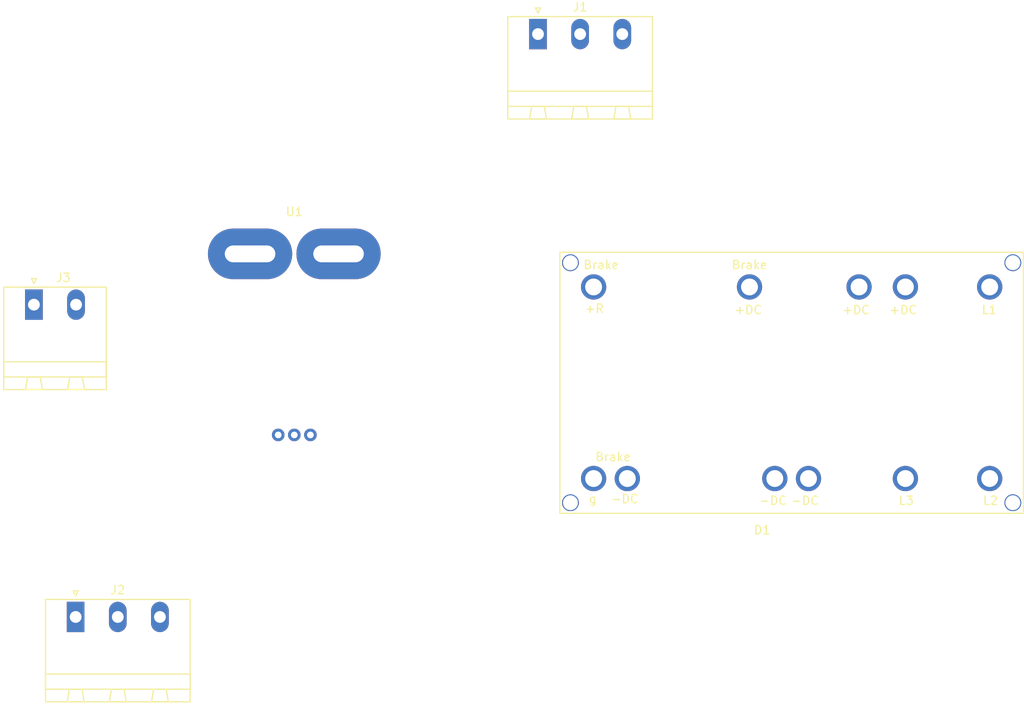
<source format=kicad_pcb>
(kicad_pcb (version 4) (host pcbnew 4.0.6)

  (general
    (links 11)
    (no_connects 11)
    (area 113.376999 53.229 235.293001 139.194)
    (thickness 1.6)
    (drawings 0)
    (tracks 0)
    (zones 0)
    (modules 5)
    (nets 9)
  )

  (page A4)
  (layers
    (0 F.Cu signal)
    (31 B.Cu signal)
    (32 B.Adhes user)
    (33 F.Adhes user)
    (34 B.Paste user)
    (35 F.Paste user)
    (36 B.SilkS user)
    (37 F.SilkS user)
    (38 B.Mask user)
    (39 F.Mask user)
    (40 Dwgs.User user)
    (41 Cmts.User user)
    (42 Eco1.User user)
    (43 Eco2.User user)
    (44 Edge.Cuts user)
    (45 Margin user)
    (46 B.CrtYd user)
    (47 F.CrtYd user)
    (48 B.Fab user)
    (49 F.Fab user)
  )

  (setup
    (last_trace_width 0.25)
    (trace_clearance 0.2)
    (zone_clearance 0.508)
    (zone_45_only no)
    (trace_min 0.2)
    (segment_width 0.2)
    (edge_width 0.15)
    (via_size 0.6)
    (via_drill 0.4)
    (via_min_size 0.4)
    (via_min_drill 0.3)
    (uvia_size 0.3)
    (uvia_drill 0.1)
    (uvias_allowed no)
    (uvia_min_size 0.2)
    (uvia_min_drill 0.1)
    (pcb_text_width 0.3)
    (pcb_text_size 1.5 1.5)
    (mod_edge_width 0.15)
    (mod_text_size 1 1)
    (mod_text_width 0.15)
    (pad_size 1.524 1.524)
    (pad_drill 0.762)
    (pad_to_mask_clearance 0.2)
    (aux_axis_origin 0 0)
    (visible_elements FFFFFF7F)
    (pcbplotparams
      (layerselection 0x00030_80000001)
      (usegerberextensions false)
      (excludeedgelayer true)
      (linewidth 0.100000)
      (plotframeref false)
      (viasonmask false)
      (mode 1)
      (useauxorigin false)
      (hpglpennumber 1)
      (hpglpenspeed 20)
      (hpglpendiameter 15)
      (hpglpenoverlay 2)
      (psnegative false)
      (psa4output false)
      (plotreference true)
      (plotvalue true)
      (plotinvisibletext false)
      (padsonsilk false)
      (subtractmaskfromsilk false)
      (outputformat 1)
      (mirror false)
      (drillshape 1)
      (scaleselection 1)
      (outputdirectory ""))
  )

  (net 0 "")
  (net 1 "Net-(D1-Pad28)")
  (net 2 "Net-(D1-Pad21)")
  (net 3 "Net-(D1-Pad18)")
  (net 4 "Net-(D1-Pad14)")
  (net 5 "Net-(D1-Pad9)")
  (net 6 "Net-(D1-Pad4)")
  (net 7 "Net-(D1-Pad1)")
  (net 8 "Net-(D1-Pad15)")

  (net_class Default "This is the default net class."
    (clearance 0.2)
    (trace_width 0.25)
    (via_dia 0.6)
    (via_drill 0.4)
    (uvia_dia 0.3)
    (uvia_drill 0.1)
    (add_net "Net-(D1-Pad1)")
    (add_net "Net-(D1-Pad14)")
    (add_net "Net-(D1-Pad15)")
    (add_net "Net-(D1-Pad18)")
    (add_net "Net-(D1-Pad21)")
    (add_net "Net-(D1-Pad28)")
    (add_net "Net-(D1-Pad4)")
    (add_net "Net-(D1-Pad9)")
  )

  (module semikron:SK_95_DGL_126 (layer F.Cu) (tedit 595BE838) (tstamp 5984DC2D)
    (at 207.518 98.806)
    (path /597B456B)
    (fp_text reference D1 (at -3.5 17.5) (layer F.SilkS)
      (effects (font (size 1 1) (thickness 0.15)))
    )
    (fp_text value SK_95_DGL_126 (at -2.5 19.5) (layer F.Fab)
      (effects (font (size 1 1) (thickness 0.15)))
    )
    (fp_text user L2 (at 23.6 14) (layer F.SilkS)
      (effects (font (size 1 1) (thickness 0.15)))
    )
    (fp_text user L3 (at 13.6 14) (layer F.SilkS)
      (effects (font (size 1 1) (thickness 0.15)))
    )
    (fp_text user -DC (at 1.6 14) (layer F.SilkS)
      (effects (font (size 1 1) (thickness 0.15)))
    )
    (fp_text user -DC (at -2.2 14) (layer F.SilkS)
      (effects (font (size 1 1) (thickness 0.15)))
    )
    (fp_text user Brake (at -21.2 8.8) (layer F.SilkS)
      (effects (font (size 1 1) (thickness 0.15)))
    )
    (fp_text user -DC (at -19.8 13.8) (layer F.SilkS)
      (effects (font (size 1 1) (thickness 0.15)))
    )
    (fp_text user g (at -23.6 13.8) (layer F.SilkS)
      (effects (font (size 1 1) (thickness 0.15)))
    )
    (fp_text user Brake (at -22.6 -14) (layer F.SilkS)
      (effects (font (size 1 1) (thickness 0.15)))
    )
    (fp_text user +R (at -23.4 -8.8) (layer F.SilkS)
      (effects (font (size 1 1) (thickness 0.15)))
    )
    (fp_text user Brake (at -5 -14) (layer F.SilkS)
      (effects (font (size 1 1) (thickness 0.15)))
    )
    (fp_text user +DC (at -5.15 -8.65) (layer F.SilkS)
      (effects (font (size 1 1) (thickness 0.15)))
    )
    (fp_text user +DC (at 7.65 -8.65) (layer F.SilkS)
      (effects (font (size 1 1) (thickness 0.15)))
    )
    (fp_text user +DC (at 13.25 -8.65) (layer F.SilkS)
      (effects (font (size 1 1) (thickness 0.15)))
    )
    (fp_text user L1 (at 23.45 -8.65) (layer F.SilkS)
      (effects (font (size 1 1) (thickness 0.15)))
    )
    (fp_line (start 27.5 15.5) (end -27.5 15.5) (layer F.SilkS) (width 0.15))
    (fp_line (start -27.5 15.5) (end -27.5 -15.5) (layer F.SilkS) (width 0.15))
    (fp_line (start 27.5 -15.5) (end -27.5 -15.5) (layer F.SilkS) (width 0.15))
    (fp_line (start 27.5 15.5) (end 27.5 -15.5) (layer F.SilkS) (width 0.15))
    (pad "" np_thru_hole circle (at 0 0) (size 2.5 2.5) (drill 2.5) (layers *.Cu *.Mask))
    (pad "" np_thru_hole circle (at -26.25 -14.25) (size 2 2) (drill 1.75) (layers *.Cu *.Mask))
    (pad "" np_thru_hole circle (at 26.25 14.25) (size 2 2) (drill 1.75) (layers *.Cu *.Mask))
    (pad "" np_thru_hole circle (at -26.25 14.25) (size 2 2) (drill 1.75) (layers *.Cu *.Mask))
    (pad 28 thru_hole circle (at -23.5 11.375) (size 3 3) (drill 2) (layers *.Cu *.Mask)
      (net 1 "Net-(D1-Pad28)"))
    (pad 27 thru_hole circle (at -19.5 11.375) (size 3 3) (drill 2) (layers *.Cu *.Mask)
      (net 2 "Net-(D1-Pad21)"))
    (pad 22 thru_hole circle (at -2 11.375) (size 3 3) (drill 2) (layers *.Cu *.Mask)
      (net 2 "Net-(D1-Pad21)"))
    (pad 21 thru_hole circle (at 2 11.375) (size 3 3) (drill 2) (layers *.Cu *.Mask)
      (net 2 "Net-(D1-Pad21)"))
    (pad 18 thru_hole circle (at 13.5 11.375) (size 3 3) (drill 2) (layers *.Cu *.Mask)
      (net 3 "Net-(D1-Pad18)"))
    (pad 14 thru_hole circle (at -23.5 -11.375) (size 3 3) (drill 2) (layers *.Cu *.Mask)
      (net 4 "Net-(D1-Pad14)"))
    (pad 9 thru_hole circle (at -5 -11.375) (size 3 3) (drill 2) (layers *.Cu *.Mask)
      (net 5 "Net-(D1-Pad9)"))
    (pad 5 thru_hole circle (at 8 -11.375) (size 3 3) (drill 2) (layers *.Cu *.Mask)
      (net 6 "Net-(D1-Pad4)"))
    (pad 4 thru_hole circle (at 13.5 -11.375) (size 3 3) (drill 2) (layers *.Cu *.Mask)
      (net 6 "Net-(D1-Pad4)"))
    (pad 1 thru_hole circle (at 23.5 -11.375) (size 3 3) (drill 2) (layers *.Cu *.Mask)
      (net 7 "Net-(D1-Pad1)"))
    (pad 15 thru_hole circle (at 23.5 11.375) (size 3 3) (drill 2) (layers *.Cu *.Mask)
      (net 8 "Net-(D1-Pad15)"))
    (pad "" np_thru_hole circle (at 26.25 -14.25) (size 2 2) (drill 1.75) (layers *.Cu *.Mask))
    (model /Users/Yngve/git/Switchcraft/kicad-lib/packages3d/semikron.3dshapes/Semitop3_cib_dummy_sp.wrl
      (at (xyz 0 0 0))
      (scale (xyz 1 1 1))
      (rotate (xyz 0 0 0))
    )
  )

  (module PhoenixContact:MSTBA_25_3p_G_508-1757488 (layer F.Cu) (tedit 5797DB0C) (tstamp 5984DC34)
    (at 177.419 57.404)
    (descr "Generic Phoenix Contact connector footprint for series: MSTBA-G; number of pins: 03; pin pitch: 5.00mm; Angled || order number: 1923762 16A (HC) || order number: 1757488 12A")
    (tags "phoenix_contact connector MSTBA_01x03_G_5.00mm")
    (path /597B4B30)
    (fp_text reference J1 (at 5 -3.2) (layer F.SilkS)
      (effects (font (size 1 1) (thickness 0.15)))
    )
    (fp_text value CONN_01X03 (at 5 11.5) (layer F.Fab)
      (effects (font (size 1 1) (thickness 0.15)))
    )
    (fp_line (start -3.58 -2.08) (end -3.58 10.08) (layer F.SilkS) (width 0.15))
    (fp_line (start -3.58 10.08) (end 13.58 10.08) (layer F.SilkS) (width 0.15))
    (fp_line (start 13.58 10.08) (end 13.58 -2.08) (layer F.SilkS) (width 0.15))
    (fp_line (start 13.58 -2.08) (end -3.58 -2.08) (layer F.SilkS) (width 0.15))
    (fp_line (start -3.58 8.58) (end -3.58 6.78) (layer F.SilkS) (width 0.15))
    (fp_line (start -3.58 6.78) (end 13.58 6.78) (layer F.SilkS) (width 0.15))
    (fp_line (start 13.58 6.78) (end 13.58 8.58) (layer F.SilkS) (width 0.15))
    (fp_line (start 13.58 8.58) (end -3.58 8.58) (layer F.SilkS) (width 0.15))
    (fp_line (start -1 10.08) (end 1 10.08) (layer F.SilkS) (width 0.15))
    (fp_line (start 1 10.08) (end 0.75 8.58) (layer F.SilkS) (width 0.15))
    (fp_line (start 0.75 8.58) (end -0.75 8.58) (layer F.SilkS) (width 0.15))
    (fp_line (start -0.75 8.58) (end -1 10.08) (layer F.SilkS) (width 0.15))
    (fp_line (start 4 10.08) (end 6 10.08) (layer F.SilkS) (width 0.15))
    (fp_line (start 6 10.08) (end 5.75 8.58) (layer F.SilkS) (width 0.15))
    (fp_line (start 5.75 8.58) (end 4.25 8.58) (layer F.SilkS) (width 0.15))
    (fp_line (start 4.25 8.58) (end 4 10.08) (layer F.SilkS) (width 0.15))
    (fp_line (start 9 10.08) (end 11 10.08) (layer F.SilkS) (width 0.15))
    (fp_line (start 11 10.08) (end 10.75 8.58) (layer F.SilkS) (width 0.15))
    (fp_line (start 10.75 8.58) (end 9.25 8.58) (layer F.SilkS) (width 0.15))
    (fp_line (start 9.25 8.58) (end 9 10.08) (layer F.SilkS) (width 0.15))
    (fp_line (start -4 -2.5) (end -4 10.5) (layer F.CrtYd) (width 0.05))
    (fp_line (start -4 10.5) (end 14 10.5) (layer F.CrtYd) (width 0.05))
    (fp_line (start 14 10.5) (end 14 -2.5) (layer F.CrtYd) (width 0.05))
    (fp_line (start 14 -2.5) (end -4 -2.5) (layer F.CrtYd) (width 0.05))
    (fp_line (start 0 -2.5) (end 0.3 -3.1) (layer F.SilkS) (width 0.15))
    (fp_line (start 0.3 -3.1) (end -0.3 -3.1) (layer F.SilkS) (width 0.15))
    (fp_line (start -0.3 -3.1) (end 0 -2.5) (layer F.SilkS) (width 0.15))
    (pad 1 thru_hole rect (at 0 0) (size 2.1 3.6) (drill 1.4) (layers *.Cu *.Mask)
      (net 7 "Net-(D1-Pad1)"))
    (pad 2 thru_hole oval (at 5 0) (size 2.1 3.6) (drill 1.4) (layers *.Cu *.Mask)
      (net 8 "Net-(D1-Pad15)"))
    (pad 3 thru_hole oval (at 10 0) (size 2.1 3.6) (drill 1.4) (layers *.Cu *.Mask)
      (net 3 "Net-(D1-Pad18)"))
    (model /Users/Yngve/git/Switchcraft/kicad-lib/packages3d/PhoenixContact.3dshapes/MSTBA_25_3p_G_508-1757488.wrl
      (at (xyz 0 0 0))
      (scale (xyz 1 1 1))
      (rotate (xyz 0 0 90))
    )
  )

  (module PhoenixContact:MSTBA_25_3p_G_508-1757488 (layer F.Cu) (tedit 5797DB0C) (tstamp 5984DC3B)
    (at 122.555 126.619)
    (descr "Generic Phoenix Contact connector footprint for series: MSTBA-G; number of pins: 03; pin pitch: 5.00mm; Angled || order number: 1923762 16A (HC) || order number: 1757488 12A")
    (tags "phoenix_contact connector MSTBA_01x03_G_5.00mm")
    (path /597B4B8B)
    (fp_text reference J2 (at 5 -3.2) (layer F.SilkS)
      (effects (font (size 1 1) (thickness 0.15)))
    )
    (fp_text value CONN_01X03 (at 5 11.5) (layer F.Fab)
      (effects (font (size 1 1) (thickness 0.15)))
    )
    (fp_line (start -3.58 -2.08) (end -3.58 10.08) (layer F.SilkS) (width 0.15))
    (fp_line (start -3.58 10.08) (end 13.58 10.08) (layer F.SilkS) (width 0.15))
    (fp_line (start 13.58 10.08) (end 13.58 -2.08) (layer F.SilkS) (width 0.15))
    (fp_line (start 13.58 -2.08) (end -3.58 -2.08) (layer F.SilkS) (width 0.15))
    (fp_line (start -3.58 8.58) (end -3.58 6.78) (layer F.SilkS) (width 0.15))
    (fp_line (start -3.58 6.78) (end 13.58 6.78) (layer F.SilkS) (width 0.15))
    (fp_line (start 13.58 6.78) (end 13.58 8.58) (layer F.SilkS) (width 0.15))
    (fp_line (start 13.58 8.58) (end -3.58 8.58) (layer F.SilkS) (width 0.15))
    (fp_line (start -1 10.08) (end 1 10.08) (layer F.SilkS) (width 0.15))
    (fp_line (start 1 10.08) (end 0.75 8.58) (layer F.SilkS) (width 0.15))
    (fp_line (start 0.75 8.58) (end -0.75 8.58) (layer F.SilkS) (width 0.15))
    (fp_line (start -0.75 8.58) (end -1 10.08) (layer F.SilkS) (width 0.15))
    (fp_line (start 4 10.08) (end 6 10.08) (layer F.SilkS) (width 0.15))
    (fp_line (start 6 10.08) (end 5.75 8.58) (layer F.SilkS) (width 0.15))
    (fp_line (start 5.75 8.58) (end 4.25 8.58) (layer F.SilkS) (width 0.15))
    (fp_line (start 4.25 8.58) (end 4 10.08) (layer F.SilkS) (width 0.15))
    (fp_line (start 9 10.08) (end 11 10.08) (layer F.SilkS) (width 0.15))
    (fp_line (start 11 10.08) (end 10.75 8.58) (layer F.SilkS) (width 0.15))
    (fp_line (start 10.75 8.58) (end 9.25 8.58) (layer F.SilkS) (width 0.15))
    (fp_line (start 9.25 8.58) (end 9 10.08) (layer F.SilkS) (width 0.15))
    (fp_line (start -4 -2.5) (end -4 10.5) (layer F.CrtYd) (width 0.05))
    (fp_line (start -4 10.5) (end 14 10.5) (layer F.CrtYd) (width 0.05))
    (fp_line (start 14 10.5) (end 14 -2.5) (layer F.CrtYd) (width 0.05))
    (fp_line (start 14 -2.5) (end -4 -2.5) (layer F.CrtYd) (width 0.05))
    (fp_line (start 0 -2.5) (end 0.3 -3.1) (layer F.SilkS) (width 0.15))
    (fp_line (start 0.3 -3.1) (end -0.3 -3.1) (layer F.SilkS) (width 0.15))
    (fp_line (start -0.3 -3.1) (end 0 -2.5) (layer F.SilkS) (width 0.15))
    (pad 1 thru_hole rect (at 0 0) (size 2.1 3.6) (drill 1.4) (layers *.Cu *.Mask)
      (net 4 "Net-(D1-Pad14)"))
    (pad 2 thru_hole oval (at 5 0) (size 2.1 3.6) (drill 1.4) (layers *.Cu *.Mask)
      (net 1 "Net-(D1-Pad28)"))
    (pad 3 thru_hole oval (at 10 0) (size 2.1 3.6) (drill 1.4) (layers *.Cu *.Mask)
      (net 2 "Net-(D1-Pad21)"))
    (model /Users/Yngve/git/Switchcraft/kicad-lib/packages3d/PhoenixContact.3dshapes/MSTBA_25_3p_G_508-1757488.wrl
      (at (xyz 0 0 0))
      (scale (xyz 1 1 1))
      (rotate (xyz 0 0 90))
    )
  )

  (module PhoenixContact:MSTBA_25_2p_G_508-1757242 (layer F.Cu) (tedit 5797DB0C) (tstamp 5984DC41)
    (at 117.602 89.535)
    (descr "Generic Phoenix Contact connector footprint for series: MSTBA-G; number of pins: 02; pin pitch: 5.00mm; Angled || order number: 1923759 16A (HC) || order number: 1757475 12A")
    (tags "phoenix_contact connector MSTBA_01x02_G_5.00mm")
    (path /597B4D04)
    (fp_text reference J3 (at 3.5 -3.2) (layer F.SilkS)
      (effects (font (size 1 1) (thickness 0.15)))
    )
    (fp_text value CONN_01X02 (at 2.5 11.5) (layer F.Fab)
      (effects (font (size 1 1) (thickness 0.15)))
    )
    (fp_line (start -3.58 -2.08) (end -3.58 10.08) (layer F.SilkS) (width 0.15))
    (fp_line (start -3.58 10.08) (end 8.58 10.08) (layer F.SilkS) (width 0.15))
    (fp_line (start 8.58 10.08) (end 8.58 -2.08) (layer F.SilkS) (width 0.15))
    (fp_line (start 8.58 -2.08) (end -3.58 -2.08) (layer F.SilkS) (width 0.15))
    (fp_line (start -3.58 8.58) (end -3.58 6.78) (layer F.SilkS) (width 0.15))
    (fp_line (start -3.58 6.78) (end 8.58 6.78) (layer F.SilkS) (width 0.15))
    (fp_line (start 8.58 6.78) (end 8.58 8.58) (layer F.SilkS) (width 0.15))
    (fp_line (start 8.58 8.58) (end -3.58 8.58) (layer F.SilkS) (width 0.15))
    (fp_line (start -1 10.08) (end 1 10.08) (layer F.SilkS) (width 0.15))
    (fp_line (start 1 10.08) (end 0.75 8.58) (layer F.SilkS) (width 0.15))
    (fp_line (start 0.75 8.58) (end -0.75 8.58) (layer F.SilkS) (width 0.15))
    (fp_line (start -0.75 8.58) (end -1 10.08) (layer F.SilkS) (width 0.15))
    (fp_line (start 4 10.08) (end 6 10.08) (layer F.SilkS) (width 0.15))
    (fp_line (start 6 10.08) (end 5.75 8.58) (layer F.SilkS) (width 0.15))
    (fp_line (start 5.75 8.58) (end 4.25 8.58) (layer F.SilkS) (width 0.15))
    (fp_line (start 4.25 8.58) (end 4 10.08) (layer F.SilkS) (width 0.15))
    (fp_line (start -4 -2.5) (end -4 10.5) (layer F.CrtYd) (width 0.05))
    (fp_line (start -4 10.5) (end 9 10.5) (layer F.CrtYd) (width 0.05))
    (fp_line (start 9 10.5) (end 9 -2.5) (layer F.CrtYd) (width 0.05))
    (fp_line (start 9 -2.5) (end -4 -2.5) (layer F.CrtYd) (width 0.05))
    (fp_line (start 0 -2.5) (end 0.3 -3.1) (layer F.SilkS) (width 0.15))
    (fp_line (start 0.3 -3.1) (end -0.3 -3.1) (layer F.SilkS) (width 0.15))
    (fp_line (start -0.3 -3.1) (end 0 -2.5) (layer F.SilkS) (width 0.15))
    (pad 1 thru_hole rect (at 0 0) (size 2.1 3.6) (drill 1.4) (layers *.Cu *.Mask)
      (net 5 "Net-(D1-Pad9)"))
    (pad 2 thru_hole oval (at 5 0) (size 2.1 3.6) (drill 1.4) (layers *.Cu *.Mask)
      (net 4 "Net-(D1-Pad14)"))
    (model /Users/Yngve/git/Switchcraft/kicad-lib/packages3d/PhoenixContact.3dshapes/MSTBA_25_2p_G_508-1757242.wrl
      (at (xyz 0 0 0))
      (scale (xyz 1 1 1))
      (rotate (xyz 0 0 90))
    )
  )

  (module Allegro:ACS758LCB-050B-PFF-T (layer F.Cu) (tedit 597B572C) (tstamp 5984DC4A)
    (at 148.5011 105.0036)
    (path /597B5F3F)
    (fp_text reference U1 (at 0 -26.5) (layer F.SilkS)
      (effects (font (size 1 1) (thickness 0.15)))
    )
    (fp_text value ACS758xCB-PFF (at 0 7.25) (layer F.Fab)
      (effects (font (size 1 1) (thickness 0.15)))
    )
    (pad 5 thru_hole circle (at 1.91 0) (size 1.5 1.5) (drill 0.8) (layers *.Cu *.Mask))
    (pad 3 thru_hole circle (at -1.91 0) (size 1.5 1.5) (drill 0.8) (layers *.Cu *.Mask))
    (pad 2 thru_hole oval (at 5.25 -21.5) (size 10 6) (drill oval 6 2) (layers *.Cu *.Mask))
    (pad 1 thru_hole oval (at -5.25 -21.5) (size 10 6) (drill oval 6 2) (layers *.Cu *.Mask))
    (pad 4 thru_hole circle (at 0 0) (size 1.5 1.5) (drill 0.8) (layers *.Cu *.Mask))
    (model /Users/Yngve/git/Switchcraft/kicad-lib/packages3d/Allegro.3dshapes/ACS758xCB-PFF.wrl
      (at (xyz 0 0 0))
      (scale (xyz 1 1 1))
      (rotate (xyz 0 0 0))
    )
  )

)

</source>
